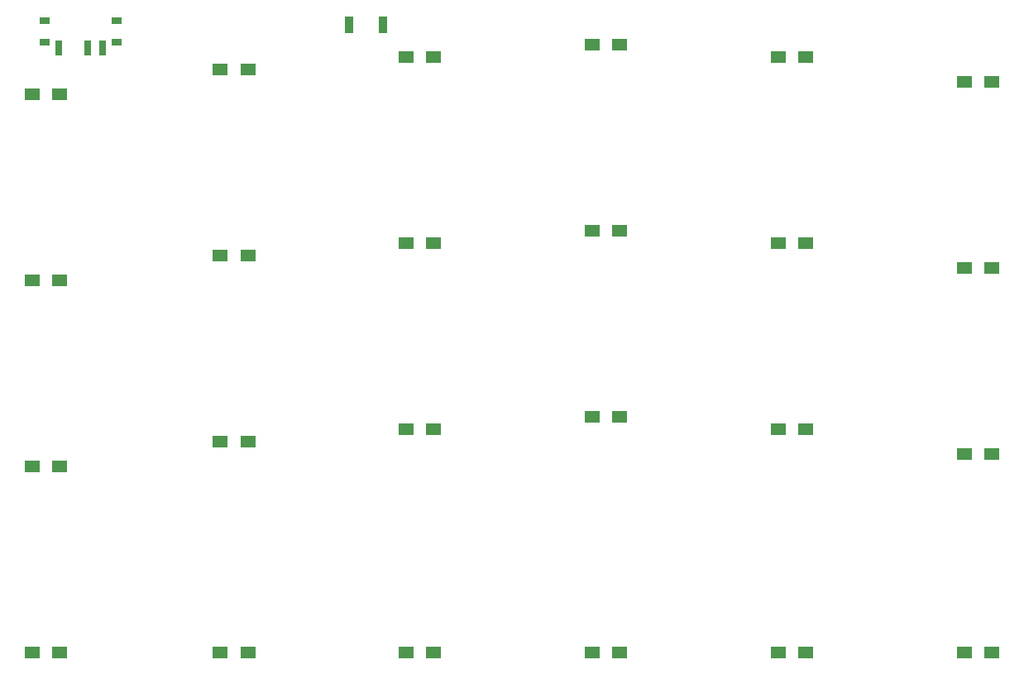
<source format=gbr>
G04 #@! TF.GenerationSoftware,KiCad,Pcbnew,(5.1.8-0-10_14)*
G04 #@! TF.CreationDate,2021-01-07T13:30:25-06:00*
G04 #@! TF.ProjectId,halfboard,68616c66-626f-4617-9264-2e6b69636164,rev?*
G04 #@! TF.SameCoordinates,Original*
G04 #@! TF.FileFunction,Paste,Bot*
G04 #@! TF.FilePolarity,Positive*
%FSLAX46Y46*%
G04 Gerber Fmt 4.6, Leading zero omitted, Abs format (unit mm)*
G04 Created by KiCad (PCBNEW (5.1.8-0-10_14)) date 2021-01-07 13:30:25*
%MOMM*%
%LPD*%
G01*
G04 APERTURE LIST*
%ADD10R,0.700000X1.500000*%
%ADD11R,1.000000X0.800000*%
%ADD12R,0.900000X1.700000*%
%ADD13R,1.600000X1.200000*%
G04 APERTURE END LIST*
D10*
G04 #@! TO.C,REF\u002A\u002A*
X50328000Y-49944000D03*
X53328000Y-49944000D03*
X54828000Y-49944000D03*
D11*
X48928000Y-47084000D03*
X56228000Y-47084000D03*
X56228000Y-49294000D03*
X48928000Y-49294000D03*
G04 #@! TD*
D12*
G04 #@! TO.C,REF\u002A\u002A*
X80088000Y-47498000D03*
X83488000Y-47498000D03*
G04 #@! TD*
D13*
G04 #@! TO.C,D0*
X145830303Y-53340000D03*
X143030303Y-53340000D03*
G04 #@! TD*
G04 #@! TO.C,D0*
X145830303Y-72390000D03*
X143030303Y-72390000D03*
G04 #@! TD*
G04 #@! TO.C,D0*
X145830303Y-91440000D03*
X143030303Y-91440000D03*
G04 #@! TD*
G04 #@! TO.C,D0*
X145830303Y-111760000D03*
X143030303Y-111760000D03*
G04 #@! TD*
G04 #@! TO.C,D0*
X126780303Y-111760000D03*
X123980303Y-111760000D03*
G04 #@! TD*
G04 #@! TO.C,D0*
X107730303Y-111760000D03*
X104930303Y-111760000D03*
G04 #@! TD*
G04 #@! TO.C,D0*
X88680303Y-111760000D03*
X85880303Y-111760000D03*
G04 #@! TD*
G04 #@! TO.C,D0*
X126780303Y-88900000D03*
X123980303Y-88900000D03*
G04 #@! TD*
G04 #@! TO.C,D0*
X126780303Y-69850000D03*
X123980303Y-69850000D03*
G04 #@! TD*
G04 #@! TO.C,D0*
X126780303Y-50800000D03*
X123980303Y-50800000D03*
G04 #@! TD*
G04 #@! TO.C,D0*
X107730303Y-49530000D03*
X104930303Y-49530000D03*
G04 #@! TD*
G04 #@! TO.C,D0*
X107730303Y-68580000D03*
X104930303Y-68580000D03*
G04 #@! TD*
G04 #@! TO.C,D0*
X107730303Y-87630000D03*
X104930303Y-87630000D03*
G04 #@! TD*
G04 #@! TO.C,D0*
X88680303Y-88900000D03*
X85880303Y-88900000D03*
G04 #@! TD*
G04 #@! TO.C,D0*
X88680303Y-69850000D03*
X85880303Y-69850000D03*
G04 #@! TD*
G04 #@! TO.C,D0*
X88680303Y-50800000D03*
X85880303Y-50800000D03*
G04 #@! TD*
G04 #@! TO.C,D0*
X69687231Y-52070000D03*
X66887231Y-52070000D03*
G04 #@! TD*
G04 #@! TO.C,D0*
X69687231Y-71120000D03*
X66887231Y-71120000D03*
G04 #@! TD*
G04 #@! TO.C,D0*
X69687231Y-90170000D03*
X66887231Y-90170000D03*
G04 #@! TD*
G04 #@! TO.C,D0*
X69687231Y-111760000D03*
X66887231Y-111760000D03*
G04 #@! TD*
G04 #@! TO.C,D0*
X50422000Y-111760000D03*
X47622000Y-111760000D03*
G04 #@! TD*
G04 #@! TO.C,D0*
X50422000Y-92710000D03*
X47622000Y-92710000D03*
G04 #@! TD*
G04 #@! TO.C,D0*
X50422000Y-73660000D03*
X47622000Y-73660000D03*
G04 #@! TD*
G04 #@! TO.C,D0*
X47622000Y-54610000D03*
X50422000Y-54610000D03*
G04 #@! TD*
M02*

</source>
